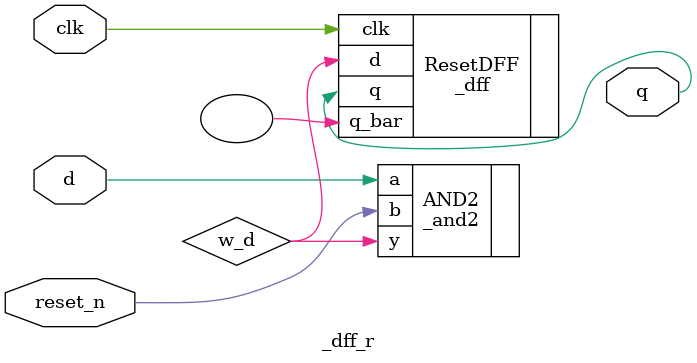
<source format=v>
module _dff_r(clk, reset_n, d, q);
	input clk, reset_n, d;
	output q; //set output and input
	
	wire w_d; //set wire
	
	_and2 AND2(.a(d), .b(reset_n), .y(w_d)); //for reset signal
	_dff ResetDFF(.clk(clk), .d(w_d), .q(q), .q_bar()); //run dff module

endmodule

</source>
